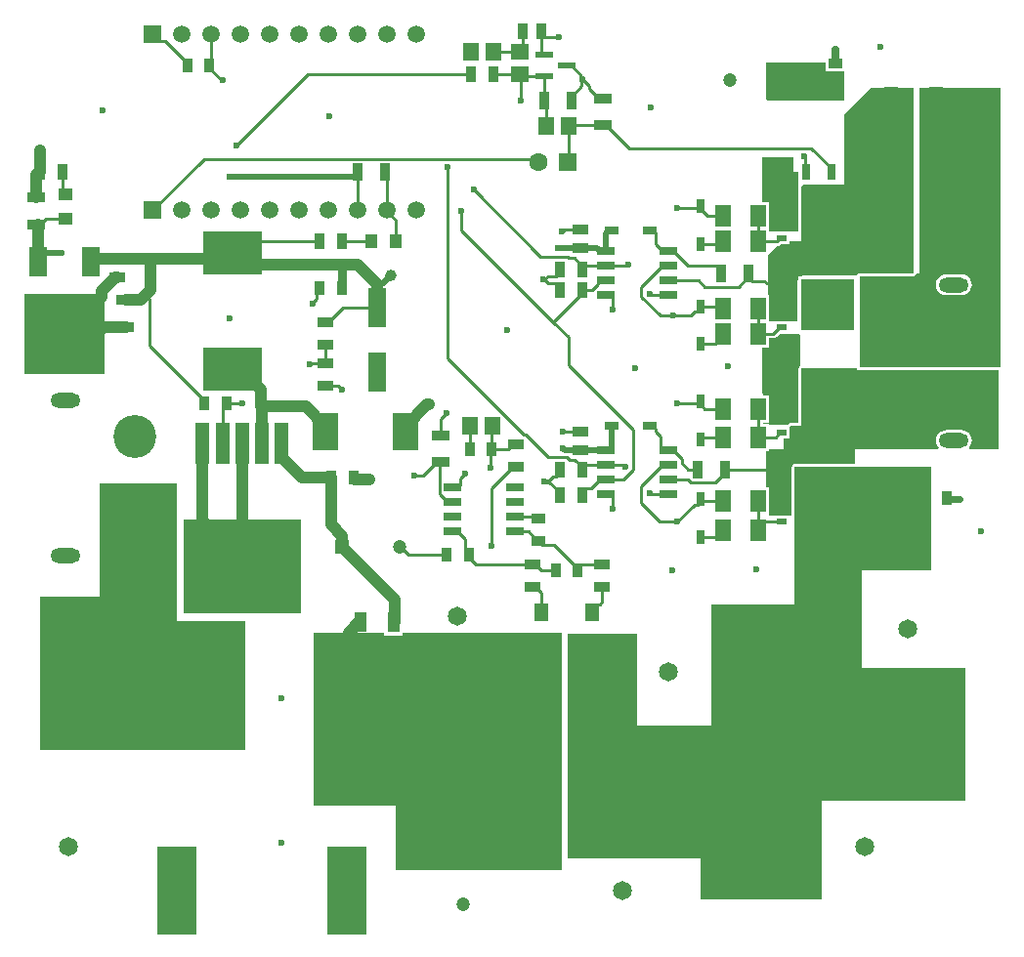
<source format=gtl>
G04*
G04 #@! TF.GenerationSoftware,Altium Limited,Altium Designer,21.6.4 (81)*
G04*
G04 Layer_Physical_Order=1*
G04 Layer_Color=255*
%FSLAX44Y44*%
%MOMM*%
G71*
G04*
G04 #@! TF.SameCoordinates,6345E517-F44B-4F0B-96C8-749CB5923BEE*
G04*
G04*
G04 #@! TF.FilePolarity,Positive*
G04*
G01*
G75*
%ADD20R,0.7500X1.4500*%
%ADD21R,1.2000X8.7000*%
%ADD22R,1.2000X1.6000*%
%ADD23R,0.9000X1.3000*%
%ADD24R,1.5562X0.9562*%
%ADD25R,1.3000X0.9000*%
%ADD26R,0.9500X1.4500*%
%ADD27R,1.3500X1.5500*%
%ADD28R,0.9600X1.3900*%
%ADD29R,0.9562X1.5562*%
%ADD30R,1.5000X0.6000*%
%ADD31R,1.5500X1.3500*%
%ADD32R,1.5250X0.6500*%
%ADD33R,1.4500X0.9500*%
%ADD34R,1.2000X1.1000*%
%ADD35R,1.5000X2.5000*%
%ADD36R,7.0000X7.0000*%
%ADD37R,5.2000X3.7500*%
%ADD38R,1.1000X1.2000*%
%ADD39R,1.6000X3.5000*%
%ADD40R,2.2500X3.2000*%
%ADD41R,1.1000X1.8000*%
%ADD42R,1.1500X3.6000*%
%ADD43R,1.3900X0.9600*%
%ADD44R,0.7500X1.2500*%
%ADD45R,1.2500X0.7500*%
%ADD46R,1.3561X1.8582*%
%ADD47R,1.2500X3.5200*%
%ADD48R,3.4000X7.6000*%
%ADD72R,0.8500X0.5000*%
%ADD92R,10.1500X8.1000*%
%ADD93R,4.5500X4.4100*%
%ADD94C,0.2540*%
%ADD95C,1.0000*%
%ADD96C,0.6000*%
%ADD97C,0.7000*%
%ADD98C,0.5000*%
%ADD99C,0.8000*%
%ADD100C,1.6500*%
G04:AMPARAMS|DCode=101|XSize=1.65mm|YSize=1.65mm|CornerRadius=0.4125mm|HoleSize=0mm|Usage=FLASHONLY|Rotation=0.000|XOffset=0mm|YOffset=0mm|HoleType=Round|Shape=RoundedRectangle|*
%AMROUNDEDRECTD101*
21,1,1.6500,0.8250,0,0,0.0*
21,1,0.8250,1.6500,0,0,0.0*
1,1,0.8250,0.4125,-0.4125*
1,1,0.8250,-0.4125,-0.4125*
1,1,0.8250,-0.4125,0.4125*
1,1,0.8250,0.4125,0.4125*
%
%ADD101ROUNDEDRECTD101*%
%ADD102C,3.7160*%
%ADD103O,2.6000X1.3000*%
%ADD104R,1.2000X1.2000*%
%ADD105C,1.2000*%
%ADD106C,1.5200*%
%ADD107R,1.5200X1.5200*%
%ADD108C,1.6000*%
%ADD109R,1.6000X1.6000*%
G04:AMPARAMS|DCode=110|XSize=1.65mm|YSize=1.65mm|CornerRadius=0.4125mm|HoleSize=0mm|Usage=FLASHONLY|Rotation=90.000|XOffset=0mm|YOffset=0mm|HoleType=Round|Shape=RoundedRectangle|*
%AMROUNDEDRECTD110*
21,1,1.6500,0.8250,0,0,90.0*
21,1,0.8250,1.6500,0,0,90.0*
1,1,0.8250,0.4125,0.4125*
1,1,0.8250,0.4125,-0.4125*
1,1,0.8250,-0.4125,-0.4125*
1,1,0.8250,-0.4125,0.4125*
%
%ADD110ROUNDEDRECTD110*%
%ADD111R,1.2000X1.2000*%
%ADD112C,0.6000*%
%ADD113C,1.0000*%
G36*
X698460Y752460D02*
X715000D01*
Y727000D01*
X648500D01*
X647000Y728500D01*
Y760000D01*
X698460D01*
Y752460D01*
D02*
G37*
G36*
X671000Y665000D02*
X675250D01*
X675500Y664750D01*
Y653451D01*
X675410Y653000D01*
Y651590D01*
X675210D01*
Y614087D01*
X675000Y614000D01*
X649581D01*
Y638831D01*
X644000D01*
Y678000D01*
X671000D01*
Y665000D01*
D02*
G37*
G36*
X775000Y577707D02*
X774500Y577500D01*
X726500D01*
X725000Y576000D01*
X679000D01*
X677590Y574590D01*
X675210D01*
Y572210D01*
X674000Y571000D01*
Y536000D01*
X649581D01*
Y558831D01*
X649000D01*
Y593169D01*
X649581D01*
Y594581D01*
X656115Y601115D01*
X656300D01*
X657787Y601411D01*
X659047Y602253D01*
X659704Y602910D01*
X667790D01*
Y604950D01*
X678000D01*
Y653000D01*
X679000Y654000D01*
X715000D01*
Y715000D01*
X738000Y738000D01*
X775000D01*
Y577707D01*
D02*
G37*
G36*
X850000Y496000D02*
X728000D01*
Y574910D01*
X774500D01*
X775491Y575107D01*
X775491Y575107D01*
X775991Y575314D01*
X775991D01*
X776552Y575690D01*
X776831Y575876D01*
Y575876D01*
X776831D01*
X777018Y576155D01*
X777393Y576716D01*
X777449Y577000D01*
X780000D01*
Y738000D01*
X850000D01*
Y496000D01*
D02*
G37*
G36*
X677000Y524000D02*
Y497387D01*
X676169Y496831D01*
X675607Y495991D01*
X675410Y495000D01*
Y482590D01*
X675210D01*
Y480300D01*
X675160Y480050D01*
X675161Y480044D01*
X675160Y480038D01*
X675210Y469086D01*
Y447590D01*
X668418D01*
X668126Y447532D01*
X667829Y447522D01*
X667635Y447434D01*
X667427Y447393D01*
X667179Y447227D01*
X666909Y447105D01*
X666763Y446949D01*
X666586Y446831D01*
X666421Y446584D01*
X666218Y446367D01*
X665990Y446000D01*
X649581D01*
Y446831D01*
X645000D01*
Y448169D01*
X649581D01*
Y471831D01*
X645000D01*
Y472000D01*
X644000Y474000D01*
Y475000D01*
Y513169D01*
X649581D01*
Y521115D01*
X653300D01*
X654787Y521411D01*
X656047Y522253D01*
X658794Y525000D01*
X676000D01*
X677000Y524000D01*
D02*
G37*
G36*
X726169Y494169D02*
X727009Y493607D01*
X728000Y493410D01*
X849000D01*
Y425000D01*
X823471D01*
X823114Y426270D01*
X824396Y427941D01*
X825307Y430140D01*
X825618Y432500D01*
X825307Y434860D01*
X824396Y437059D01*
X822947Y438947D01*
X821059Y440396D01*
X818860Y441307D01*
X816500Y441618D01*
X803500D01*
X801140Y441307D01*
X798941Y440396D01*
X797053Y438947D01*
X795604Y437059D01*
X794693Y434860D01*
X794382Y432500D01*
X794693Y430140D01*
X795604Y427941D01*
X796886Y426270D01*
X796529Y425000D01*
X724250D01*
Y412590D01*
X673000D01*
X672009Y412393D01*
X671009Y411978D01*
X670169Y411417D01*
X669607Y410577D01*
X669410Y409586D01*
Y367000D01*
X649825D01*
X649581Y368169D01*
X649581D01*
Y391831D01*
X647000D01*
Y423169D01*
X649581D01*
Y425000D01*
X662000D01*
Y433910D01*
X667790D01*
Y443990D01*
X668418Y445000D01*
X677909D01*
X677750Y480050D01*
X678000Y480300D01*
Y495000D01*
X725613D01*
X726169Y494169D01*
D02*
G37*
G36*
X470000Y60000D02*
X326000D01*
Y116000D01*
X255000D01*
Y266000D01*
X316460D01*
Y263460D01*
X332540D01*
Y266000D01*
X470000D01*
Y60000D01*
D02*
G37*
G36*
X790000Y320000D02*
X730000D01*
Y290000D01*
Y235000D01*
X820000D01*
Y120000D01*
X695000D01*
Y35000D01*
X590000D01*
Y70000D01*
X475000D01*
Y265000D01*
X535000D01*
Y185000D01*
X600000D01*
Y290000D01*
X672000D01*
Y409586D01*
X673000Y410000D01*
X790000D01*
Y320000D01*
D02*
G37*
G36*
X137000Y276000D02*
X196000D01*
Y164000D01*
X18000D01*
Y297000D01*
X70000Y297000D01*
Y395000D01*
X137000D01*
Y276000D01*
D02*
G37*
%LPC*%
G36*
X816500Y576618D02*
X803500D01*
X801140Y576307D01*
X798941Y575396D01*
X797053Y573947D01*
X795604Y572059D01*
X794693Y569860D01*
X794382Y567500D01*
X794693Y565140D01*
X795604Y562941D01*
X797053Y561053D01*
X798941Y559604D01*
X801140Y558693D01*
X803500Y558382D01*
X816500D01*
X818860Y558693D01*
X821059Y559604D01*
X822947Y561053D01*
X824396Y562941D01*
X825307Y565140D01*
X825618Y567500D01*
X825307Y569860D01*
X824396Y572059D01*
X822947Y573947D01*
X821059Y575396D01*
X818860Y576307D01*
X816500Y576618D01*
D02*
G37*
%LPD*%
D20*
X681500Y665000D02*
D03*
X703500D02*
D03*
D21*
X452207Y221292D02*
D03*
X496208D02*
D03*
D22*
Y283792D02*
D03*
X452207D02*
D03*
D23*
X145500Y757500D02*
D03*
X164500D02*
D03*
X289500Y400000D02*
D03*
X270500D02*
D03*
X409500Y425000D02*
D03*
X390500D02*
D03*
X370500Y333208D02*
D03*
X389500D02*
D03*
X260500Y565000D02*
D03*
X279500D02*
D03*
X160500Y465000D02*
D03*
X179500Y465000D02*
D03*
X803500Y383000D02*
D03*
X784500D02*
D03*
X465000Y320000D02*
D03*
X484000D02*
D03*
D24*
X91840Y530750D02*
D03*
Y554250D02*
D03*
X15000Y619664D02*
D03*
Y643164D02*
D03*
X505355Y729250D02*
D03*
Y705750D02*
D03*
X364824Y413573D02*
D03*
Y437074D02*
D03*
D25*
X707500Y740500D02*
D03*
Y759500D02*
D03*
X450000Y345500D02*
D03*
Y364500D02*
D03*
D26*
X487750Y407000D02*
D03*
X468250D02*
D03*
X411250Y750000D02*
D03*
X391750D02*
D03*
X37250Y665737D02*
D03*
X17750D02*
D03*
X279750Y605000D02*
D03*
X260250D02*
D03*
X468708Y581058D02*
D03*
X488208D02*
D03*
X468708Y563000D02*
D03*
X488208D02*
D03*
X468250Y385000D02*
D03*
X487750D02*
D03*
D27*
X456750Y705000D02*
D03*
X476250D02*
D03*
X411250Y769500D02*
D03*
X391750D02*
D03*
X409750Y445000D02*
D03*
X390250D02*
D03*
D28*
X435900Y787500D02*
D03*
X452100D02*
D03*
D29*
X478250Y727500D02*
D03*
X454750D02*
D03*
X316750Y665000D02*
D03*
X293250D02*
D03*
X631750Y577500D02*
D03*
X608250D02*
D03*
X611750Y407500D02*
D03*
X588250D02*
D03*
D30*
X474000Y757500D02*
D03*
X455000Y748000D02*
D03*
Y767000D02*
D03*
D31*
X433792Y750250D02*
D03*
Y769750D02*
D03*
D32*
X375380Y353450D02*
D03*
Y366150D02*
D03*
Y378850D02*
D03*
Y391550D02*
D03*
X429620D02*
D03*
Y378850D02*
D03*
Y366150D02*
D03*
Y353450D02*
D03*
X562120Y596550D02*
D03*
Y583850D02*
D03*
Y571150D02*
D03*
Y558450D02*
D03*
X507880D02*
D03*
Y571150D02*
D03*
Y583850D02*
D03*
Y596550D02*
D03*
X562120Y424050D02*
D03*
Y411350D02*
D03*
Y398650D02*
D03*
Y385950D02*
D03*
X507880D02*
D03*
Y398650D02*
D03*
Y411350D02*
D03*
Y424050D02*
D03*
D33*
X445000Y324750D02*
D03*
Y305250D02*
D03*
X265000Y515250D02*
D03*
Y534750D02*
D03*
Y480250D02*
D03*
Y499750D02*
D03*
X430000Y429043D02*
D03*
Y409543D02*
D03*
X505000Y324750D02*
D03*
Y305250D02*
D03*
D34*
X40324Y645883D02*
D03*
Y624883D02*
D03*
D35*
X62500Y587500D02*
D03*
X16500D02*
D03*
D36*
X39500Y525000D02*
D03*
D37*
X185000Y494500D02*
D03*
Y595500D02*
D03*
D38*
X326043Y605000D02*
D03*
X305042D02*
D03*
D39*
X310000Y492000D02*
D03*
Y548000D02*
D03*
D40*
X265500Y440000D02*
D03*
X334500D02*
D03*
D41*
X295500Y275000D02*
D03*
X324500Y275000D02*
D03*
D42*
X159000Y430000D02*
D03*
X176000D02*
D03*
X193000D02*
D03*
X210000D02*
D03*
X227000D02*
D03*
D43*
X486208Y615600D02*
D03*
Y599400D02*
D03*
Y440600D02*
D03*
Y424400D02*
D03*
X85000Y574123D02*
D03*
Y590324D02*
D03*
D44*
X590000Y602824D02*
D03*
Y635824D02*
D03*
Y516000D02*
D03*
Y549000D02*
D03*
Y433500D02*
D03*
Y466500D02*
D03*
Y348500D02*
D03*
Y381500D02*
D03*
D45*
X513500Y615000D02*
D03*
X546500D02*
D03*
X513500Y445000D02*
D03*
X546500D02*
D03*
D46*
X609739Y627000D02*
D03*
X640261D02*
D03*
X609739Y605000D02*
D03*
X640261D02*
D03*
X609739Y547000D02*
D03*
X640261D02*
D03*
X609739Y525000D02*
D03*
X640261D02*
D03*
X609739Y460000D02*
D03*
X640261D02*
D03*
X609739Y435000D02*
D03*
X640261D02*
D03*
X609739Y380000D02*
D03*
X640261D02*
D03*
X609739Y355000D02*
D03*
X640261D02*
D03*
D47*
X794800Y721000D02*
D03*
X755200D02*
D03*
X794800Y681333D02*
D03*
X755200D02*
D03*
X794800Y641667D02*
D03*
X755200D02*
D03*
X795000Y602000D02*
D03*
X755400D02*
D03*
D48*
X283500Y223458D02*
D03*
X136500D02*
D03*
Y42457D02*
D03*
X283500D02*
D03*
D72*
X661000Y607950D02*
D03*
Y620650D02*
D03*
Y633350D02*
D03*
Y646050D02*
D03*
Y530950D02*
D03*
Y543650D02*
D03*
Y556350D02*
D03*
Y569050D02*
D03*
Y438950D02*
D03*
Y451650D02*
D03*
Y464350D02*
D03*
Y477050D02*
D03*
Y361950D02*
D03*
Y374650D02*
D03*
Y387350D02*
D03*
Y400050D02*
D03*
D92*
X193000Y323500D02*
D03*
D93*
X700500Y627000D02*
D03*
Y550000D02*
D03*
Y458000D02*
D03*
Y381000D02*
D03*
D94*
X364824Y450824D02*
X370000Y456000D01*
X364824Y437074D02*
Y450824D01*
X686190Y685810D02*
X703500Y668500D01*
X528294Y685810D02*
X686190D01*
X680000Y679000D02*
X680662Y678338D01*
Y665838D02*
Y678338D01*
X508355Y705750D02*
X528294Y685810D01*
X680662Y665838D02*
X681500Y665000D01*
X179500Y465000D02*
X193000D01*
X179500Y465000D02*
X179500Y465000D01*
X164500Y755500D02*
X174338Y745662D01*
X175338D01*
X176000Y745000D01*
X496208Y283792D02*
Y285793D01*
X500938Y290523D02*
X502938D01*
X496208Y285793D02*
X500938Y290523D01*
X505000Y292585D02*
Y305250D01*
X502938Y290523D02*
X505000Y292585D01*
X803500Y383000D02*
X804500Y382000D01*
X442309Y676083D02*
X447225D01*
X449800Y673508D01*
X159910Y676810D02*
X441582D01*
X442309Y676083D01*
X113000Y514500D02*
Y555250D01*
X109625Y558625D02*
X113000Y555250D01*
Y514500D02*
X160500Y467000D01*
Y465000D02*
Y467000D01*
X257270Y555206D02*
Y561770D01*
X254000Y551000D02*
Y551936D01*
X257270Y561770D02*
X260500Y565000D01*
X254000Y551936D02*
X257270Y555206D01*
X409000Y341000D02*
Y391043D01*
X427500Y409543D02*
X430000D01*
X409000Y391043D02*
X427500Y409543D01*
X363945Y412695D02*
X364824Y413573D01*
X363945Y385910D02*
Y412695D01*
X361824Y413573D02*
X364824D01*
X350250Y402000D02*
X361824Y413573D01*
X342000Y402000D02*
X350250D01*
X276060Y480250D02*
X279310Y477000D01*
X265000Y480250D02*
X276060D01*
X279310Y477000D02*
X280000D01*
X303270Y480250D02*
X310000Y486980D01*
Y492000D01*
X512020Y558450D02*
X514000Y556470D01*
Y546000D02*
Y556470D01*
X507880Y558450D02*
X512020D01*
Y385950D02*
X514000Y383970D01*
X507880Y385950D02*
X512020D01*
X514000Y373000D02*
Y383970D01*
X371000Y504000D02*
X437397Y437603D01*
X438828D02*
X458371Y418060D01*
X474578D01*
X371000Y504000D02*
Y670000D01*
X437397Y437603D02*
X438828D01*
X487750Y407870D02*
X488565Y408685D01*
X476848Y415790D02*
X481460D01*
X488565Y408685D02*
X491230Y411350D01*
X474578Y418060D02*
X476848Y415790D01*
X310000Y568000D02*
X314000D01*
X451883Y592118D02*
X475036D01*
X394000Y650000D02*
X451883Y592118D01*
X475036D02*
X476363Y590790D01*
X480975D01*
X115700Y632600D02*
X159910Y676810D01*
X480975Y590790D02*
X488208Y583558D01*
X494014Y737590D02*
X502355Y729250D01*
X488110Y746000D02*
X494014Y740096D01*
X488000Y746000D02*
X488110D01*
X502355Y729250D02*
X505355D01*
X494014Y737590D02*
Y740096D01*
X478250Y730500D02*
X487338Y739588D01*
Y745338D01*
X488000Y746000D01*
X478250Y727500D02*
Y730500D01*
X487338Y746662D02*
Y748662D01*
X474000Y757500D02*
X478500D01*
X487338Y748662D01*
Y746662D02*
X488000Y746000D01*
X250000Y750000D02*
X391750D01*
X188000Y688000D02*
X250000Y750000D01*
X293250Y664511D02*
Y665000D01*
X289739Y661000D02*
X293250Y664511D01*
Y665000D02*
X293500Y664750D01*
Y632600D02*
Y664750D01*
X40324Y624883D02*
X44016Y621190D01*
X316750Y665000D02*
X318900Y662850D01*
Y632600D02*
Y662850D01*
X390250Y445000D02*
X390500Y444750D01*
Y425000D02*
Y444750D01*
X429620Y366150D02*
X448850D01*
X450000Y365000D01*
X330288Y340000D02*
X337081Y333208D01*
X370500D01*
X330000Y340000D02*
X330288D01*
X283500Y223458D02*
X285500Y225457D01*
X289500Y400000D02*
X290500Y399000D01*
X210000Y461740D02*
X210260Y462000D01*
X265500Y440000D02*
Y444750D01*
X16500Y619664D02*
X18000D01*
X16500Y587500D02*
Y588936D01*
X179824Y590324D02*
X185000Y595500D01*
X62500Y587500D02*
X65324Y590324D01*
X265000Y534750D02*
X267500D01*
X280750Y548000D01*
X310000D01*
X278000Y585000D02*
X279500Y583500D01*
X265000Y499750D02*
Y515250D01*
X179500Y463000D02*
Y465000D01*
X176000Y430000D02*
Y459500D01*
X179500Y463000D01*
X251500Y498500D02*
X252750Y499750D01*
X251000Y498000D02*
X251500Y498500D01*
X252750Y499750D02*
X265000D01*
X164500Y755500D02*
Y757500D01*
X408000Y423500D02*
X409500Y425000D01*
X408000Y409000D02*
Y423500D01*
X115700Y785000D02*
X122030Y778670D01*
X145500Y757500D02*
Y759500D01*
X126330Y778670D02*
X145500Y759500D01*
X122030Y778670D02*
X126330D01*
X164500Y757500D02*
X166500Y759500D01*
Y785000D01*
X471000Y440000D02*
X485607D01*
X486208Y440600D01*
X464770Y401020D02*
X468250Y404500D01*
X455662Y397662D02*
X458912D01*
X455000Y397000D02*
X455662Y397662D01*
X468250Y404500D02*
Y407000D01*
X462270Y401020D02*
X464770D01*
X458912Y397662D02*
X462270Y401020D01*
X455000Y397000D02*
X455662Y396338D01*
X468250Y385000D02*
Y387500D01*
X459412Y396338D02*
X468250Y387500D01*
X455662Y396338D02*
X459412D01*
X470000Y614000D02*
X470936D01*
X472536Y615600D02*
X486208D01*
X470936Y614000D02*
X472536Y615600D01*
X465228Y568980D02*
X468708Y565500D01*
X457956Y568980D02*
X465228D01*
X468708Y563000D02*
Y565500D01*
X454936Y572000D02*
X457956Y568980D01*
X454000Y572000D02*
X454936D01*
X458014Y575078D01*
X468708Y578558D02*
Y581058D01*
X465228Y575078D02*
X468708Y578558D01*
X458014Y575078D02*
X465228D01*
X383000Y615000D02*
X462854Y535146D01*
X479647Y551940D01*
X462854Y535146D02*
X476000Y522000D01*
X479647Y551940D02*
X479647D01*
X488208Y560500D01*
X476000Y522000D02*
X476000D01*
X383000Y615000D02*
Y631660D01*
X476000Y497888D02*
Y522000D01*
Y497888D02*
X531810Y442078D01*
Y407179D02*
Y442078D01*
X523281Y398650D02*
X531810Y407179D01*
X507880Y398650D02*
X523281D01*
X488208Y560500D02*
Y563000D01*
Y581058D02*
Y583558D01*
X487750Y407870D02*
Y409500D01*
Y407000D02*
Y407870D01*
X481460Y415790D02*
X487750Y409500D01*
X409500Y425000D02*
Y444750D01*
X409750Y445000D01*
X423457Y425000D02*
X427500Y429043D01*
X430000D01*
X409500Y425000D02*
X423457D01*
X375380Y391550D02*
X379755D01*
X381735Y393530D01*
Y399735D01*
X386000Y404000D01*
X371005Y378850D02*
X375380D01*
X363945Y385910D02*
X371005Y378850D01*
X484000Y321520D02*
Y322000D01*
Y320000D02*
Y321520D01*
X463730Y342270D02*
X484000Y322000D01*
X450000Y345500D02*
X453230Y342270D01*
X463730D01*
X441055Y353450D02*
X444770Y349735D01*
Y348730D02*
Y349735D01*
X448000Y345500D02*
X450000D01*
X429620Y353450D02*
X441055D01*
X444770Y348730D02*
X448000Y345500D01*
X386270Y336437D02*
Y346935D01*
X379755Y353450D02*
X386270Y346935D01*
X375380Y353450D02*
X379755D01*
X386270Y336437D02*
X389500Y333208D01*
Y331208D02*
Y333208D01*
X395957Y324750D02*
X445000D01*
X389500Y331208D02*
X395957Y324750D01*
X484000Y321520D02*
X487230Y324750D01*
X505000D01*
X447500D02*
X452250Y320000D01*
X465000D01*
X445000Y324750D02*
X447500D01*
X452207Y283792D02*
Y300543D01*
X447500Y305250D02*
X452207Y300543D01*
X445000Y305250D02*
X447500D01*
X16500Y588936D02*
X22730Y595166D01*
X37250Y648956D02*
Y665737D01*
Y648956D02*
X40324Y645883D01*
X18000Y619664D02*
X23219Y624883D01*
X40324D01*
X194500Y605000D02*
X260250D01*
X279750D02*
X305042D01*
X318900Y630749D02*
X326043Y623606D01*
Y605000D02*
Y623606D01*
X318900Y630749D02*
Y632600D01*
X433543Y769500D02*
X433792Y769750D01*
X411250Y769500D02*
X433543D01*
X435900Y771858D02*
Y787500D01*
X433792Y769750D02*
X435900Y771858D01*
X452100Y768730D02*
Y786030D01*
X455630Y782500D01*
X467500D01*
X452100Y786030D02*
Y787500D01*
X453830Y767000D02*
X455000D01*
X452100Y768730D02*
X453830Y767000D01*
X435000Y748958D02*
X435042Y749000D01*
X433543Y750000D02*
X433792Y750250D01*
X435042Y749000D02*
X436043Y748000D01*
X433792Y750250D02*
X435042Y749000D01*
X435000Y727500D02*
Y748958D01*
X411250Y750000D02*
X433543D01*
X436043Y748000D02*
X455000D01*
X454750Y747750D02*
X455000Y748000D01*
X454750Y727500D02*
Y747750D01*
Y727500D02*
X456750Y725500D01*
Y705000D02*
Y725500D01*
X475200Y673508D02*
X476250Y674557D01*
Y705000D01*
X477000Y705750D02*
X505355D01*
X476250Y705000D02*
X477000Y705750D01*
X505355D02*
X508355D01*
X703500Y665000D02*
Y668500D01*
X607739Y549000D02*
X609739Y547000D01*
X590000Y549000D02*
X607739D01*
X582000Y541000D02*
X585020Y544020D01*
X590000Y546500D02*
Y549000D01*
X587520Y544020D02*
X590000Y546500D01*
X585020Y544020D02*
X587520D01*
X567000Y541000D02*
X582000D01*
X555369D02*
X567000D01*
X539190Y557179D02*
X555369Y541000D01*
X539190Y557179D02*
Y565295D01*
X557745Y583850D01*
X562120D01*
X551480Y602815D02*
Y612520D01*
X557745Y596550D02*
X562120D01*
X546500Y615000D02*
X549000D01*
X551480Y612520D01*
Y602815D02*
X557745Y596550D01*
X546000Y560000D02*
X547550Y558450D01*
X562120D01*
X588922Y571150D02*
X594163Y565909D01*
X623159D02*
X631750Y574500D01*
Y577500D01*
X562120Y571150D02*
X588922D01*
X594163Y565909D02*
X623159D01*
X631750Y574500D02*
X635261Y570989D01*
X645671D02*
X647610Y569050D01*
X635261Y570989D02*
X645671D01*
X647610Y569050D02*
X661000D01*
X604739Y584011D02*
X608250Y580500D01*
X579034Y584011D02*
X604739D01*
X566495Y596550D02*
X579034Y584011D01*
X608250Y577500D02*
Y580500D01*
X562120Y596550D02*
X566495D01*
X496167Y563000D02*
X501525Y568358D01*
Y569170D02*
X503505Y571150D01*
X488208Y563000D02*
X496167D01*
X501525Y568358D02*
Y569170D01*
X503505Y571150D02*
X507880D01*
X488208Y581058D02*
X491000Y583850D01*
X507880D01*
X525414D01*
X526564Y585000D01*
X527500D01*
X589324Y634000D02*
X596324Y627000D01*
X570000Y634000D02*
X589324D01*
X596324Y627000D02*
X609739D01*
X640261Y605000D02*
Y627000D01*
X656300Y605000D02*
X659250Y607950D01*
X640261Y605000D02*
X656300D01*
X659250Y607950D02*
X661000D01*
X607563Y602824D02*
X609739Y605000D01*
X590000Y602824D02*
X607563D01*
X640261Y525000D02*
X653300D01*
X659250Y530950D01*
X661000D01*
X640261Y525000D02*
Y547000D01*
X603250Y516000D02*
X609739Y522489D01*
X590000Y516000D02*
X603250D01*
X609739Y522489D02*
Y525000D01*
X524064Y410000D02*
X525000D01*
X507880Y411350D02*
X522714D01*
X524064Y410000D01*
X587520Y376520D02*
X590000Y379000D01*
X585020Y376520D02*
X587520D01*
X570500Y362000D02*
X585020Y376520D01*
X590000Y379000D02*
Y381500D01*
X555000Y362000D02*
X570500D01*
X539000Y378000D02*
X555000Y362000D01*
X539000Y378000D02*
Y392605D01*
X557745Y411350D01*
X562120D01*
X570000Y465000D02*
X588500D01*
X590000Y466500D01*
X547050Y385950D02*
X562120D01*
X546000Y387000D02*
X547050Y385950D01*
X651800Y407500D02*
X659250Y400050D01*
X661000D01*
X611750Y407500D02*
X651800D01*
X581891Y395909D02*
X603159D01*
X611750Y404500D02*
Y407500D01*
X562120Y398650D02*
X579150D01*
X581891Y395909D01*
X603159D02*
X611750Y404500D01*
X491230Y390980D02*
X495835D01*
X487750Y387500D02*
X491230Y390980D01*
X487750Y385000D02*
Y387500D01*
X503505Y398650D02*
X507880D01*
X495835Y390980D02*
X503505Y398650D01*
X491230Y411350D02*
X507880D01*
X549000Y445000D02*
X551480Y442520D01*
Y440020D02*
Y442520D01*
Y440020D02*
X555765Y435735D01*
Y426030D02*
X557745Y424050D01*
X546500Y445000D02*
X549000D01*
X555765Y426030D02*
Y435735D01*
X557745Y424050D02*
X562120D01*
X640261Y435000D02*
Y460000D01*
Y435000D02*
X655300D01*
X659250Y438950D01*
X661000D01*
X590000Y464000D02*
X594000Y460000D01*
X609739D01*
X590000Y464000D02*
Y466500D01*
Y433500D02*
X591500Y435000D01*
X609739D01*
X574067Y413092D02*
X579659Y407500D01*
X574067Y413092D02*
Y416478D01*
X562120Y424050D02*
X566495D01*
X579659Y407500D02*
X588250D01*
X566495Y424050D02*
X574067Y416478D01*
X604229Y348500D02*
X609739Y354010D01*
X590000Y348500D02*
X604229D01*
X609739Y354010D02*
Y355000D01*
X590000Y381500D02*
X591500Y380000D01*
X609739D01*
X640261Y356440D02*
Y380000D01*
Y355000D02*
Y356440D01*
X645771Y361950D01*
X661000D01*
D95*
X334500Y440000D02*
Y444750D01*
X353750Y464000D01*
X355000D01*
X108000Y590324D02*
X114000D01*
X325000Y282929D02*
X325500Y283429D01*
X280000Y340000D02*
X325500Y294500D01*
X325000Y275000D02*
Y282929D01*
X325500Y283429D02*
Y294500D01*
X285500Y266000D02*
X294500Y275000D01*
X193000Y362000D02*
Y430000D01*
X191000Y360000D02*
X193000Y362000D01*
X109625Y558625D02*
X114000Y563000D01*
X105250Y554250D02*
X109625Y558625D01*
X85000Y590324D02*
X108000D01*
X285500Y225457D02*
Y266000D01*
X290500Y399000D02*
X303000D01*
X248250Y462000D02*
X265500Y444750D01*
X210260Y462000D02*
X248250D01*
X227750Y417000D02*
X244750Y400000D01*
X227750Y417000D02*
Y429250D01*
X244750Y400000D02*
X270500D01*
X227000Y430000D02*
X227750Y429250D01*
X270500Y359500D02*
Y400000D01*
X280000Y340000D02*
Y350000D01*
X270500Y359500D02*
X280000Y350000D01*
X17750Y683750D02*
X18000Y684000D01*
X17750Y665737D02*
Y683750D01*
X15000Y662987D02*
X17750Y665737D01*
X15000Y643164D02*
Y662987D01*
X16500Y588936D02*
Y619664D01*
X71049Y557049D02*
Y562322D01*
X68000Y554000D02*
X71049Y557049D01*
Y562322D02*
X82850Y574123D01*
X85000D01*
X68000Y554000D02*
X68500D01*
X69000Y519000D02*
Y526520D01*
X73230Y530750D02*
X92500D01*
X69000Y526520D02*
X73230Y530750D01*
X114000Y590324D02*
X179824D01*
X114000Y563000D02*
Y590324D01*
X92500Y554250D02*
X105250D01*
X65324Y590324D02*
X85000D01*
X278000Y585000D02*
X293000D01*
X195500D02*
X278000D01*
X293000D02*
X310000Y568000D01*
Y548000D02*
Y568000D01*
X185000Y595500D02*
X195500Y585000D01*
X209730Y462010D02*
Y477020D01*
Y462010D02*
X210000Y461740D01*
Y430000D02*
Y461740D01*
X185000Y494500D02*
X192250D01*
X209730Y477020D01*
X161730Y360000D02*
X163000D01*
X159000Y362730D02*
Y430000D01*
Y362730D02*
X161730Y360000D01*
X185000Y595500D02*
X194500Y605000D01*
D96*
X804500Y382000D02*
X815000D01*
X707000Y740000D02*
X707500Y740500D01*
D97*
X707000Y760000D02*
Y771000D01*
Y760000D02*
X707500Y759500D01*
D98*
X472600Y424400D02*
X486208D01*
X471000Y426000D02*
X472600Y424400D01*
X314000Y568000D02*
X322000Y576000D01*
X466600Y599400D02*
X486208D01*
X182000Y661000D02*
X289739D01*
X22730Y595166D02*
X36904D01*
X486208Y599400D02*
X500655D01*
X503505Y596550D01*
X507880D01*
Y611880D02*
X511000Y615000D01*
X507880Y596550D02*
Y611880D01*
X511000Y615000D02*
X513500D01*
X486557Y424050D02*
X507880D01*
X486208Y424400D02*
X486557Y424050D01*
X511520D02*
X513500Y426030D01*
X507880Y424050D02*
X511520D01*
X513500Y426030D02*
Y445000D01*
D99*
X279500Y565000D02*
Y583500D01*
D100*
X42500Y230000D02*
D03*
Y80000D02*
D03*
X562500Y232000D02*
D03*
X523000Y42500D02*
D03*
X732500Y80000D02*
D03*
X770000Y269500D02*
D03*
X380000Y280000D02*
D03*
Y130000D02*
D03*
D101*
X637500Y232000D02*
D03*
X657500Y80000D02*
D03*
D102*
X100000Y436000D02*
D03*
Y364000D02*
D03*
X750000Y464000D02*
D03*
Y536000D02*
D03*
D103*
X40000Y467500D02*
D03*
Y332500D02*
D03*
X810000Y432500D02*
D03*
Y567500D02*
D03*
D104*
X280000Y340000D02*
D03*
X665707Y745000D02*
D03*
D105*
X330000Y340000D02*
D03*
X615708Y745000D02*
D03*
X385000Y30000D02*
D03*
D106*
X268100Y632600D02*
D03*
X166500D02*
D03*
X141100D02*
D03*
X191900D02*
D03*
X217300D02*
D03*
X242700D02*
D03*
X293500D02*
D03*
X318900D02*
D03*
X344300D02*
D03*
X268100Y785000D02*
D03*
X166500D02*
D03*
X141100D02*
D03*
X191900D02*
D03*
X217300D02*
D03*
X242700D02*
D03*
X293500D02*
D03*
X318900D02*
D03*
X344300D02*
D03*
D107*
X115700Y632600D02*
D03*
Y785000D02*
D03*
D108*
X449800Y673508D02*
D03*
D109*
X475200D02*
D03*
D110*
X523000Y117500D02*
D03*
X770000Y194500D02*
D03*
D111*
X385000Y80000D02*
D03*
D112*
X639000Y321000D02*
D03*
X566000Y320000D02*
D03*
X614000Y497000D02*
D03*
X534000Y495000D02*
D03*
X746000Y774000D02*
D03*
X833000Y354000D02*
D03*
X227000Y84000D02*
D03*
Y209000D02*
D03*
X182000Y538000D02*
D03*
X423000Y528000D02*
D03*
X547000Y721000D02*
D03*
X269000Y714000D02*
D03*
X72000Y719000D02*
D03*
X370000Y456000D02*
D03*
X680000Y679000D02*
D03*
X193000Y465000D02*
D03*
X176000Y745000D02*
D03*
X815000Y382000D02*
D03*
X254000Y551000D02*
D03*
X667000Y673000D02*
D03*
X649000D02*
D03*
X669000Y504000D02*
D03*
X653000D02*
D03*
X768000Y370000D02*
D03*
X750000D02*
D03*
X730000D02*
D03*
X768000Y388000D02*
D03*
X750000D02*
D03*
X730000D02*
D03*
X768000Y403000D02*
D03*
X750000D02*
D03*
X730000D02*
D03*
X294000Y13000D02*
D03*
X272000D02*
D03*
X294000Y29000D02*
D03*
X272000D02*
D03*
X294000Y45000D02*
D03*
X272000D02*
D03*
X294000Y61000D02*
D03*
X272000D02*
D03*
X294000Y75000D02*
D03*
X272000D02*
D03*
X409000Y341000D02*
D03*
X145000Y14000D02*
D03*
X127000D02*
D03*
X145000Y29000D02*
D03*
X127000D02*
D03*
X145000Y44000D02*
D03*
X127000D02*
D03*
X145000Y58000D02*
D03*
X127000Y59000D02*
D03*
X145000Y74000D02*
D03*
X127000D02*
D03*
X342000Y402000D02*
D03*
X280000Y477000D02*
D03*
X707000Y771000D02*
D03*
X514000Y546000D02*
D03*
Y373000D02*
D03*
X471000Y426000D02*
D03*
X466600Y599400D02*
D03*
X488000Y746000D02*
D03*
X391750Y769500D02*
D03*
X188000Y688000D02*
D03*
X182000Y661000D02*
D03*
X390250Y445000D02*
D03*
X450000Y365000D02*
D03*
X60000Y504000D02*
D03*
X39000D02*
D03*
X18000D02*
D03*
X69000Y519000D02*
D03*
X48000D02*
D03*
X27000D02*
D03*
X9000Y520000D02*
D03*
X59000Y538000D02*
D03*
X38000D02*
D03*
X18000Y539000D02*
D03*
X68000Y554000D02*
D03*
X48000D02*
D03*
X27000D02*
D03*
X10000D02*
D03*
X108000Y591000D02*
D03*
X251500Y498500D02*
D03*
X163000Y325000D02*
D03*
X171000Y306000D02*
D03*
X155000D02*
D03*
Y342000D02*
D03*
X147000Y360000D02*
D03*
Y325000D02*
D03*
Y288000D02*
D03*
X234000D02*
D03*
X219000D02*
D03*
X205000D02*
D03*
X191000D02*
D03*
X177000D02*
D03*
X164000D02*
D03*
X228000Y306000D02*
D03*
X213000D02*
D03*
X199000D02*
D03*
X185000D02*
D03*
X234000Y325000D02*
D03*
X219000D02*
D03*
X205000D02*
D03*
X191000D02*
D03*
X177000D02*
D03*
X227000Y342000D02*
D03*
X212565D02*
D03*
X198000D02*
D03*
X184000D02*
D03*
X170000D02*
D03*
X234000Y360000D02*
D03*
X219000D02*
D03*
X205000D02*
D03*
X191000D02*
D03*
X177000D02*
D03*
X163000D02*
D03*
X408000Y409000D02*
D03*
X471000Y440000D02*
D03*
X455000Y397000D02*
D03*
X470000Y614000D02*
D03*
X454000Y572000D02*
D03*
X383000Y631660D02*
D03*
X394000Y650000D02*
D03*
X371000Y670000D02*
D03*
X386000Y404000D02*
D03*
X36904Y595166D02*
D03*
X467500Y782500D02*
D03*
X435000Y727500D02*
D03*
X567000Y541000D02*
D03*
X546000Y560000D02*
D03*
X527500Y585000D02*
D03*
X570000Y634000D02*
D03*
X525000Y410000D02*
D03*
X570000Y362500D02*
D03*
Y465000D02*
D03*
X546000Y387000D02*
D03*
X682000Y645000D02*
D03*
Y627000D02*
D03*
Y609000D02*
D03*
X691000D02*
D03*
X700000D02*
D03*
X709000D02*
D03*
Y618000D02*
D03*
X700000D02*
D03*
X691000D02*
D03*
Y627000D02*
D03*
X700000D02*
D03*
X709000D02*
D03*
Y636000D02*
D03*
X700000D02*
D03*
X691000D02*
D03*
Y645000D02*
D03*
X700000D02*
D03*
X709000D02*
D03*
X682000Y636000D02*
D03*
Y618000D02*
D03*
Y568000D02*
D03*
Y550000D02*
D03*
Y532000D02*
D03*
X691000D02*
D03*
X700000D02*
D03*
X709000D02*
D03*
Y541000D02*
D03*
X700000D02*
D03*
X691000D02*
D03*
Y550000D02*
D03*
X700000D02*
D03*
X709000D02*
D03*
Y559000D02*
D03*
X700000D02*
D03*
X691000D02*
D03*
Y568000D02*
D03*
X700000D02*
D03*
X709000D02*
D03*
X682000Y559000D02*
D03*
Y541000D02*
D03*
Y476000D02*
D03*
Y458000D02*
D03*
Y440000D02*
D03*
X691000D02*
D03*
X700000D02*
D03*
X709000D02*
D03*
Y449000D02*
D03*
X700000D02*
D03*
X691000D02*
D03*
Y458000D02*
D03*
X700000D02*
D03*
X709000D02*
D03*
Y467000D02*
D03*
X700000D02*
D03*
X691000D02*
D03*
Y476000D02*
D03*
X700000D02*
D03*
X709000D02*
D03*
X682000Y467000D02*
D03*
Y449000D02*
D03*
Y399000D02*
D03*
Y381000D02*
D03*
Y363000D02*
D03*
X691000D02*
D03*
X700000D02*
D03*
X709000D02*
D03*
Y372000D02*
D03*
X700000D02*
D03*
X691000D02*
D03*
Y381000D02*
D03*
X700000D02*
D03*
X709000D02*
D03*
Y390000D02*
D03*
X700000D02*
D03*
X691000D02*
D03*
Y399000D02*
D03*
X700000D02*
D03*
X709000D02*
D03*
X682000Y390000D02*
D03*
Y372000D02*
D03*
D113*
X355000Y464000D02*
D03*
X668000Y658000D02*
D03*
X651000D02*
D03*
X669000Y492000D02*
D03*
X653000D02*
D03*
X310000Y495000D02*
D03*
X322000Y576000D02*
D03*
X303000Y399000D02*
D03*
X18000Y684000D02*
D03*
M02*

</source>
